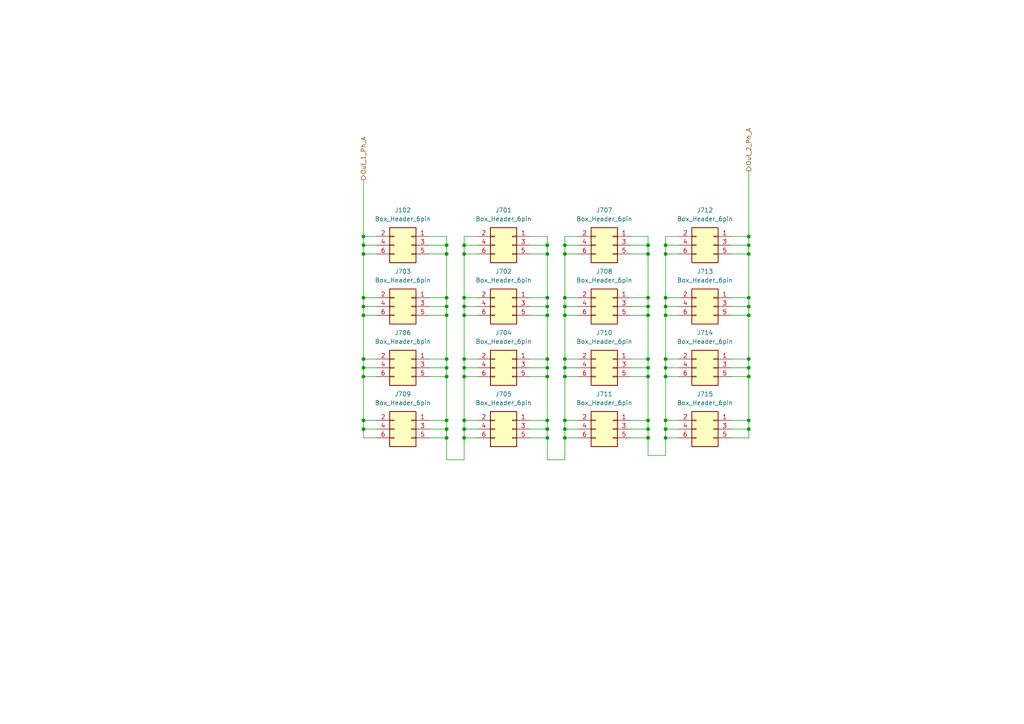
<source format=kicad_sch>
(kicad_sch (version 20250114) (generator "eeschema") (generator_version "9.0")
  (paper "A4")
  (lib_symbols
    (symbol "MYLIB_Misc:Box_Header_6pin" (pin_names (hide yes))
      (property "Reference" "J" (at 0 8.89 0))
      (property "Value" "Box_Header_6pin" (at 0 6.858 0))
      (symbol "Box_Header_6pin_1_1"
        (rectangle (start -3.81 5.08) (end 3.81 -5.08) (stroke (width 0.254)) (fill (type background)))
        (rectangle (start -3.81 2.667) (end -2.54 2.413) (stroke (width 0.1524)))
        (rectangle (start -3.81 0.127) (end -2.54 -0.127) (stroke (width 0.1524)))
        (rectangle (start -3.81 -2.413) (end -2.54 -2.667) (stroke (width 0.1524)))
        (rectangle (start 3.81 2.667) (end 2.54 2.413) (stroke (width 0.1524)))
        (rectangle (start 3.81 0.127) (end 2.54 -0.127) (stroke (width 0.1524)))
        (rectangle (start 3.81 -2.413) (end 2.54 -2.667) (stroke (width 0.1524)))
        (pin passive line (at -7.62 2.54 0) (length 3.81) (name "Pin_1") (number "1"))
        (pin passive line (at -7.62 0 0) (length 3.81) (name "Pin_3") (number "3"))
        (pin passive line (at -7.62 -2.54 0) (length 3.81) (name "Pin_5") (number "5"))
        (pin passive line (at 7.62 2.54 180) (length 3.81) (name "Pin_2") (number "2"))
        (pin passive line (at 7.62 0 180) (length 3.81) (name "Pin_4") (number "4"))
        (pin passive line (at 7.62 -2.54 180) (length 3.81) (name "Pin_6") (number "6"))
      )
    )
  )
  (junction (at 193.04 121.92))
  (junction (at 134.62 106.68))
  (junction (at 129.54 91.44))
  (junction (at 217.17 71.12))
  (junction (at 193.04 71.12))
  (junction (at 163.83 106.68))
  (junction (at 134.62 104.14))
  (junction (at 134.62 73.66))
  (junction (at 163.83 109.22))
  (junction (at 217.17 121.92))
  (junction (at 129.54 71.12))
  (junction (at 158.75 121.92))
  (junction (at 217.17 91.44))
  (junction (at 217.17 106.68))
  (junction (at 105.41 124.46))
  (junction (at 217.17 68.58))
  (junction (at 193.04 106.68))
  (junction (at 163.83 124.46))
  (junction (at 187.96 124.46))
  (junction (at 105.41 68.58))
  (junction (at 187.96 104.14))
  (junction (at 193.04 109.22))
  (junction (at 158.75 91.44))
  (junction (at 217.17 109.22))
  (junction (at 158.75 88.9))
  (junction (at 193.04 124.46))
  (junction (at 193.04 73.66))
  (junction (at 158.75 106.68))
  (junction (at 129.54 86.36))
  (junction (at 217.17 88.9))
  (junction (at 187.96 109.22))
  (junction (at 129.54 73.66))
  (junction (at 163.83 91.44))
  (junction (at 187.96 106.68))
  (junction (at 158.75 71.12))
  (junction (at 134.62 127))
  (junction (at 134.62 86.36))
  (junction (at 217.17 73.66))
  (junction (at 129.54 88.9))
  (junction (at 129.54 124.46))
  (junction (at 105.41 86.36))
  (junction (at 105.41 73.66))
  (junction (at 158.75 104.14))
  (junction (at 129.54 106.68))
  (junction (at 193.04 91.44))
  (junction (at 134.62 91.44))
  (junction (at 187.96 73.66))
  (junction (at 134.62 71.12))
  (junction (at 163.83 121.92))
  (junction (at 134.62 121.92))
  (junction (at 163.83 73.66))
  (junction (at 217.17 104.14))
  (junction (at 129.54 109.22))
  (junction (at 187.96 91.44))
  (junction (at 193.04 88.9))
  (junction (at 187.96 86.36))
  (junction (at 129.54 127))
  (junction (at 217.17 124.46))
  (junction (at 193.04 86.36))
  (junction (at 193.04 104.14))
  (junction (at 187.96 121.92))
  (junction (at 187.96 88.9))
  (junction (at 163.83 88.9))
  (junction (at 134.62 109.22))
  (junction (at 105.41 109.22))
  (junction (at 105.41 121.92))
  (junction (at 105.41 91.44))
  (junction (at 134.62 124.46))
  (junction (at 158.75 73.66))
  (junction (at 217.17 86.36))
  (junction (at 187.96 71.12))
  (junction (at 163.83 104.14))
  (junction (at 193.04 127))
  (junction (at 158.75 124.46))
  (junction (at 105.41 106.68))
  (junction (at 163.83 71.12))
  (junction (at 129.54 121.92))
  (junction (at 105.41 104.14))
  (junction (at 105.41 88.9))
  (junction (at 163.83 127))
  (junction (at 134.62 88.9))
  (junction (at 163.83 86.36))
  (junction (at 129.54 104.14))
  (junction (at 105.41 71.12))
  (junction (at 158.75 127))
  (junction (at 158.75 86.36))
  (junction (at 158.75 109.22))
  (junction (at 187.96 127))
  (wire (pts (xy 134.62 104.14) (xy 134.62 91.44)))
  (wire (pts (xy 217.17 104.14) (xy 217.17 106.68)))
  (wire (pts (xy 105.41 121.92) (xy 105.41 124.46)))
  (wire (pts (xy 158.75 127) (xy 158.75 133.35)))
  (wire (pts (xy 129.54 124.46) (xy 129.54 127)))
  (wire (pts (xy 153.67 104.14) (xy 158.75 104.14)))
  (wire (pts (xy 124.46 86.36) (xy 129.54 86.36)))
  (wire (pts (xy 163.83 88.9) (xy 163.83 86.36)))
  (wire (pts (xy 167.64 73.66) (xy 163.83 73.66)))
  (wire (pts (xy 193.04 68.58) (xy 196.85 68.58)))
  (wire (pts (xy 124.46 88.9) (xy 129.54 88.9)))
  (wire (pts (xy 129.54 71.12) (xy 129.54 68.58)))
  (wire (pts (xy 217.17 49.53) (xy 217.17 68.58)))
  (wire (pts (xy 158.75 68.58) (xy 153.67 68.58)))
  (wire (pts (xy 158.75 73.66) (xy 158.75 86.36)))
  (wire (pts (xy 193.04 132.08) (xy 193.04 127)))
  (wire (pts (xy 105.41 106.68) (xy 105.41 109.22)))
  (wire (pts (xy 182.88 88.9) (xy 187.96 88.9)))
  (wire (pts (xy 153.67 88.9) (xy 158.75 88.9)))
  (wire (pts (xy 134.62 104.14) (xy 134.62 106.68)))
  (wire (pts (xy 217.17 68.58) (xy 212.09 68.58)))
  (wire (pts (xy 182.88 106.68) (xy 187.96 106.68)))
  (wire (pts (xy 129.54 104.14) (xy 129.54 91.44)))
  (wire (pts (xy 138.43 106.68) (xy 134.62 106.68)))
  (wire (pts (xy 217.17 106.68) (xy 217.17 109.22)))
  (wire (pts (xy 109.22 91.44) (xy 105.41 91.44)))
  (wire (pts (xy 163.83 71.12) (xy 163.83 73.66)))
  (wire (pts (xy 134.62 124.46) (xy 134.62 127)))
  (wire (pts (xy 193.04 68.58) (xy 193.04 71.12)))
  (wire (pts (xy 153.67 91.44) (xy 158.75 91.44)))
  (wire (pts (xy 212.09 71.12) (xy 217.17 71.12)))
  (wire (pts (xy 134.62 68.58) (xy 138.43 68.58)))
  (wire (pts (xy 138.43 91.44) (xy 134.62 91.44)))
  (wire (pts (xy 109.22 109.22) (xy 105.41 109.22)))
  (wire (pts (xy 134.62 68.58) (xy 134.62 71.12)))
  (wire (pts (xy 158.75 104.14) (xy 158.75 91.44)))
  (wire (pts (xy 167.64 104.14) (xy 163.83 104.14)))
  (wire (pts (xy 187.96 88.9) (xy 187.96 91.44)))
  (wire (pts (xy 187.96 121.92) (xy 187.96 124.46)))
  (wire (pts (xy 167.64 106.68) (xy 163.83 106.68)))
  (wire (pts (xy 163.83 124.46) (xy 167.64 124.46)))
  (wire (pts (xy 134.62 88.9) (xy 134.62 86.36)))
  (wire (pts (xy 217.17 109.22) (xy 217.17 121.92)))
  (wire (pts (xy 134.62 106.68) (xy 134.62 109.22)))
  (wire (pts (xy 129.54 121.92) (xy 129.54 124.46)))
  (wire (pts (xy 153.67 73.66) (xy 158.75 73.66)))
  (wire (pts (xy 129.54 109.22) (xy 129.54 121.92)))
  (wire (pts (xy 109.22 127) (xy 105.41 127)))
  (wire (pts (xy 129.54 106.68) (xy 129.54 109.22)))
  (wire (pts (xy 182.88 71.12) (xy 187.96 71.12)))
  (wire (pts (xy 163.83 127) (xy 163.83 133.35)))
  (wire (pts (xy 109.22 73.66) (xy 105.41 73.66)))
  (wire (pts (xy 182.88 121.92) (xy 187.96 121.92)))
  (wire (pts (xy 217.17 104.14) (xy 217.17 91.44)))
  (wire (pts (xy 217.17 88.9) (xy 217.17 91.44)))
  (wire (pts (xy 182.88 91.44) (xy 187.96 91.44)))
  (wire (pts (xy 212.09 86.36) (xy 217.17 86.36)))
  (wire (pts (xy 134.62 86.36) (xy 134.62 73.66)))
  (wire (pts (xy 187.96 109.22) (xy 187.96 121.92)))
  (wire (pts (xy 187.96 73.66) (xy 187.96 86.36)))
  (wire (pts (xy 129.54 68.58) (xy 124.46 68.58)))
  (wire (pts (xy 105.41 52.07) (xy 105.41 68.58)))
  (wire (pts (xy 124.46 106.68) (xy 129.54 106.68)))
  (wire (pts (xy 196.85 88.9) (xy 193.04 88.9)))
  (wire (pts (xy 163.83 68.58) (xy 163.83 71.12)))
  (wire (pts (xy 158.75 124.46) (xy 158.75 127)))
  (wire (pts (xy 129.54 73.66) (xy 129.54 86.36)))
  (wire (pts (xy 109.22 86.36) (xy 105.41 86.36)))
  (wire (pts (xy 196.85 104.14) (xy 193.04 104.14)))
  (wire (pts (xy 105.41 71.12) (xy 105.41 73.66)))
  (wire (pts (xy 193.04 124.46) (xy 193.04 127)))
  (wire (pts (xy 196.85 121.92) (xy 193.04 121.92)))
  (wire (pts (xy 109.22 88.9) (xy 105.41 88.9)))
  (wire (pts (xy 134.62 121.92) (xy 134.62 124.46)))
  (wire (pts (xy 167.64 71.12) (xy 163.83 71.12)))
  (wire (pts (xy 105.41 104.14) (xy 105.41 91.44)))
  (wire (pts (xy 167.64 88.9) (xy 163.83 88.9)))
  (wire (pts (xy 129.54 71.12) (xy 129.54 73.66)))
  (wire (pts (xy 105.41 68.58) (xy 105.41 71.12)))
  (wire (pts (xy 187.96 68.58) (xy 182.88 68.58)))
  (wire (pts (xy 193.04 88.9) (xy 193.04 86.36)))
  (wire (pts (xy 182.88 124.46) (xy 187.96 124.46)))
  (wire (pts (xy 196.85 71.12) (xy 193.04 71.12)))
  (wire (pts (xy 187.96 124.46) (xy 187.96 127)))
  (wire (pts (xy 167.64 121.92) (xy 163.83 121.92)))
  (wire (pts (xy 212.09 91.44) (xy 217.17 91.44)))
  (wire (pts (xy 105.41 86.36) (xy 105.41 73.66)))
  (wire (pts (xy 187.96 104.14) (xy 187.96 106.68)))
  (wire (pts (xy 196.85 73.66) (xy 193.04 73.66)))
  (wire (pts (xy 163.83 124.46) (xy 163.83 127)))
  (wire (pts (xy 105.41 104.14) (xy 105.41 106.68)))
  (wire (pts (xy 167.64 86.36) (xy 163.83 86.36)))
  (wire (pts (xy 129.54 133.35) (xy 134.62 133.35)))
  (wire (pts (xy 124.46 73.66) (xy 129.54 73.66)))
  (wire (pts (xy 167.64 109.22) (xy 163.83 109.22)))
  (wire (pts (xy 196.85 106.68) (xy 193.04 106.68)))
  (wire (pts (xy 163.83 104.14) (xy 163.83 106.68)))
  (wire (pts (xy 193.04 91.44) (xy 193.04 88.9)))
  (wire (pts (xy 124.46 71.12) (xy 129.54 71.12)))
  (wire (pts (xy 212.09 104.14) (xy 217.17 104.14)))
  (wire (pts (xy 182.88 73.66) (xy 187.96 73.66)))
  (wire (pts (xy 182.88 104.14) (xy 187.96 104.14)))
  (wire (pts (xy 105.41 121.92) (xy 105.41 109.22)))
  (wire (pts (xy 134.62 91.44) (xy 134.62 88.9)))
  (wire (pts (xy 212.09 73.66) (xy 217.17 73.66)))
  (wire (pts (xy 153.67 86.36) (xy 158.75 86.36)))
  (wire (pts (xy 217.17 86.36) (xy 217.17 88.9)))
  (wire (pts (xy 212.09 121.92) (xy 217.17 121.92)))
  (wire (pts (xy 212.09 106.68) (xy 217.17 106.68)))
  (wire (pts (xy 196.85 109.22) (xy 193.04 109.22)))
  (wire (pts (xy 167.64 91.44) (xy 163.83 91.44)))
  (wire (pts (xy 217.17 71.12) (xy 217.17 73.66)))
  (wire (pts (xy 196.85 86.36) (xy 193.04 86.36)))
  (wire (pts (xy 212.09 109.22) (xy 217.17 109.22)))
  (wire (pts (xy 129.54 104.14) (xy 129.54 106.68)))
  (wire (pts (xy 138.43 86.36) (xy 134.62 86.36)))
  (wire (pts (xy 105.41 68.58) (xy 109.22 68.58)))
  (wire (pts (xy 196.85 127) (xy 193.04 127)))
  (wire (pts (xy 187.96 71.12) (xy 187.96 68.58)))
  (wire (pts (xy 109.22 121.92) (xy 105.41 121.92)))
  (wire (pts (xy 138.43 73.66) (xy 134.62 73.66)))
  (wire (pts (xy 153.67 71.12) (xy 158.75 71.12)))
  (wire (pts (xy 124.46 109.22) (xy 129.54 109.22)))
  (wire (pts (xy 163.83 86.36) (xy 163.83 73.66)))
  (wire (pts (xy 158.75 109.22) (xy 158.75 121.92)))
  (wire (pts (xy 153.67 109.22) (xy 158.75 109.22)))
  (wire (pts (xy 158.75 86.36) (xy 158.75 88.9)))
  (wire (pts (xy 138.43 121.92) (xy 134.62 121.92)))
  (wire (pts (xy 163.83 91.44) (xy 163.83 88.9)))
  (wire (pts (xy 217.17 71.12) (xy 217.17 68.58)))
  (wire (pts (xy 105.41 91.44) (xy 105.41 88.9)))
  (wire (pts (xy 187.96 132.08) (xy 193.04 132.08)))
  (wire (pts (xy 134.62 127) (xy 134.62 133.35)))
  (wire (pts (xy 163.83 121.92) (xy 163.83 124.46)))
  (wire (pts (xy 193.04 121.92) (xy 193.04 124.46)))
  (wire (pts (xy 187.96 104.14) (xy 187.96 91.44)))
  (wire (pts (xy 163.83 121.92) (xy 163.83 109.22)))
  (wire (pts (xy 109.22 71.12) (xy 105.41 71.12)))
  (wire (pts (xy 187.96 71.12) (xy 187.96 73.66)))
  (wire (pts (xy 138.43 104.14) (xy 134.62 104.14)))
  (wire (pts (xy 163.83 68.58) (xy 167.64 68.58)))
  (wire (pts (xy 105.41 124.46) (xy 105.41 127)))
  (wire (pts (xy 129.54 127) (xy 129.54 133.35)))
  (wire (pts (xy 217.17 124.46) (xy 217.17 127)))
  (wire (pts (xy 153.67 106.68) (xy 158.75 106.68)))
  (wire (pts (xy 212.09 124.46) (xy 217.17 124.46)))
  (wire (pts (xy 167.64 127) (xy 163.83 127)))
  (wire (pts (xy 182.88 127) (xy 187.96 127)))
  (wire (pts (xy 134.62 124.46) (xy 138.43 124.46)))
  (wire (pts (xy 193.04 121.92) (xy 193.04 109.22)))
  (wire (pts (xy 124.46 91.44) (xy 129.54 91.44)))
  (wire (pts (xy 158.75 71.12) (xy 158.75 73.66)))
  (wire (pts (xy 109.22 106.68) (xy 105.41 106.68)))
  (wire (pts (xy 212.09 88.9) (xy 217.17 88.9)))
  (wire (pts (xy 134.62 121.92) (xy 134.62 109.22)))
  (wire (pts (xy 158.75 104.14) (xy 158.75 106.68)))
  (wire (pts (xy 187.96 127) (xy 187.96 132.08)))
  (wire (pts (xy 134.62 71.12) (xy 134.62 73.66)))
  (wire (pts (xy 124.46 104.14) (xy 129.54 104.14)))
  (wire (pts (xy 193.04 104.14) (xy 193.04 106.68)))
  (wire (pts (xy 187.96 106.68) (xy 187.96 109.22)))
  (wire (pts (xy 158.75 133.35) (xy 163.83 133.35)))
  (wire (pts (xy 158.75 71.12) (xy 158.75 68.58)))
  (wire (pts (xy 158.75 106.68) (xy 158.75 109.22)))
  (wire (pts (xy 138.43 109.22) (xy 134.62 109.22)))
  (wire (pts (xy 217.17 121.92) (xy 217.17 124.46)))
  (wire (pts (xy 217.17 73.66) (xy 217.17 86.36)))
  (wire (pts (xy 138.43 127) (xy 134.62 127)))
  (wire (pts (xy 193.04 86.36) (xy 193.04 73.66)))
  (wire (pts (xy 193.04 124.46) (xy 196.85 124.46)))
  (wire (pts (xy 158.75 88.9) (xy 158.75 91.44)))
  (wire (pts (xy 124.46 121.92) (xy 129.54 121.92)))
  (wire (pts (xy 193.04 71.12) (xy 193.04 73.66)))
  (wire (pts (xy 158.75 121.92) (xy 158.75 124.46)))
  (wire (pts (xy 212.09 127) (xy 217.17 127)))
  (wire (pts (xy 138.43 88.9) (xy 134.62 88.9)))
  (wire (pts (xy 138.43 71.12) (xy 134.62 71.12)))
  (wire (pts (xy 129.54 86.36) (xy 129.54 88.9)))
  (wire (pts (xy 196.85 91.44) (xy 193.04 91.44)))
  (wire (pts (xy 105.41 124.46) (xy 109.22 124.46)))
  (wire (pts (xy 182.88 86.36) (xy 187.96 86.36)))
  (wire (pts (xy 153.67 121.92) (xy 158.75 121.92)))
  (wire (pts (xy 124.46 124.46) (xy 129.54 124.46)))
  (wire (pts (xy 129.54 88.9) (xy 129.54 91.44)))
  (wire (pts (xy 124.46 127) (xy 129.54 127)))
  (wire (pts (xy 105.41 88.9) (xy 105.41 86.36)))
  (wire (pts (xy 153.67 127) (xy 158.75 127)))
  (wire (pts (xy 109.22 104.14) (xy 105.41 104.14)))
  (wire (pts (xy 187.96 86.36) (xy 187.96 88.9)))
  (wire (pts (xy 163.83 104.14) (xy 163.83 91.44)))
  (wire (pts (xy 193.04 104.14) (xy 193.04 91.44)))
  (wire (pts (xy 163.83 106.68) (xy 163.83 109.22)))
  (wire (pts (xy 153.67 124.46) (xy 158.75 124.46)))
  (wire (pts (xy 182.88 109.22) (xy 187.96 109.22)))
  (wire (pts (xy 193.04 106.68) (xy 193.04 109.22)))
  (hierarchical_label "Out_1_Ph_A" (shape output) (at 105.41 52.07 90))
  (hierarchical_label "Out_2_Ph_A" (shape output) (at 217.17 49.53 90))
  (symbol (lib_id "MYLIB_Misc:Box_Header_6pin") (at 204.47 106.68 0) (mirror y) (unit 1)
    (property "Reference" "J714" (at 204.47 96.52 0))
    (property "Value" "Box_Header_6pin" (at 204.47 99.06 0))
    (property "Footprint" "Connector_IDC:IDC-Header_2x03_P2.54mm_Vertical" (effects (hide yes)))
    (property "Datasheet" "https://www.reichelt.de/de/de/shop/produkt/wannenstecker_6-polig_gewinkelt-105978" (effects (hide yes)))
    (property "Description" "Wannenstecker 6pin, THT Vertikal" (effects (hide yes)))
  )
  (symbol (lib_id "MYLIB_Misc:Box_Header_6pin") (at 146.05 88.9 0) (mirror y) (unit 1)
    (property "Reference" "J702" (at 146.05 78.74 0))
    (property "Value" "Box_Header_6pin" (at 146.05 81.28 0))
    (property "Footprint" "Connector_IDC:IDC-Header_2x03_P2.54mm_Vertical" (effects (hide yes)))
    (property "Datasheet" "https://www.reichelt.de/de/de/shop/produkt/wannenstecker_6-polig_gewinkelt-105978" (effects (hide yes)))
    (property "Description" "Wannenstecker 6pin, THT Vertikal" (effects (hide yes)))
  )
  (symbol (lib_id "MYLIB_Misc:Box_Header_6pin") (at 146.05 71.12 0) (mirror y) (unit 1)
    (property "Reference" "J701" (at 146.05 60.96 0))
    (property "Value" "Box_Header_6pin" (at 146.05 63.5 0))
    (property "Footprint" "Connector_IDC:IDC-Header_2x03_P2.54mm_Vertical" (effects (hide yes)))
    (property "Datasheet" "https://www.reichelt.de/de/de/shop/produkt/wannenstecker_6-polig_gewinkelt-105978" (effects (hide yes)))
    (property "Description" "Wannenstecker 6pin, THT Vertikal" (effects (hide yes)))
  )
  (symbol (lib_id "MYLIB_Misc:Box_Header_6pin") (at 146.05 124.46 0) (mirror y) (unit 1)
    (property "Reference" "J705" (at 146.05 114.3 0))
    (property "Value" "Box_Header_6pin" (at 146.05 116.84 0))
    (property "Footprint" "Connector_IDC:IDC-Header_2x03_P2.54mm_Vertical" (effects (hide yes)))
    (property "Datasheet" "https://www.reichelt.de/de/de/shop/produkt/wannenstecker_6-polig_gewinkelt-105978" (effects (hide yes)))
    (property "Description" "Wannenstecker 6pin, THT Vertikal" (effects (hide yes)))
  )
  (symbol (lib_id "MYLIB_Misc:Box_Header_6pin") (at 116.84 106.68 0) (mirror y) (unit 1)
    (property "Reference" "J706" (at 116.84 96.52 0))
    (property "Value" "Box_Header_6pin" (at 116.84 99.06 0))
    (property "Footprint" "Connector_IDC:IDC-Header_2x03_P2.54mm_Vertical" (effects (hide yes)))
    (property "Datasheet" "https://www.reichelt.de/de/de/shop/produkt/wannenstecker_6-polig_gewinkelt-105978" (effects (hide yes)))
    (property "Description" "Wannenstecker 6pin, THT Vertikal" (effects (hide yes)))
  )
  (symbol (lib_id "MYLIB_Misc:Box_Header_6pin") (at 175.26 88.9 0) (mirror y) (unit 1)
    (property "Reference" "J708" (at 175.26 78.74 0))
    (property "Value" "Box_Header_6pin" (at 175.26 81.28 0))
    (property "Footprint" "Connector_IDC:IDC-Header_2x03_P2.54mm_Vertical" (effects (hide yes)))
    (property "Datasheet" "https://www.reichelt.de/de/de/shop/produkt/wannenstecker_6-polig_gewinkelt-105978" (effects (hide yes)))
    (property "Description" "Wannenstecker 6pin, THT Vertikal" (effects (hide yes)))
  )
  (symbol (lib_id "MYLIB_Misc:Box_Header_6pin") (at 175.26 124.46 0) (mirror y) (unit 1)
    (property "Reference" "J711" (at 175.26 114.3 0))
    (property "Value" "Box_Header_6pin" (at 175.26 116.84 0))
    (property "Footprint" "Connector_IDC:IDC-Header_2x03_P2.54mm_Vertical" (effects (hide yes)))
    (property "Datasheet" "https://www.reichelt.de/de/de/shop/produkt/wannenstecker_6-polig_gewinkelt-105978" (effects (hide yes)))
    (property "Description" "Wannenstecker 6pin, THT Vertikal" (effects (hide yes)))
  )
  (symbol (lib_id "MYLIB_Misc:Box_Header_6pin") (at 116.84 124.46 0) (mirror y) (unit 1)
    (property "Reference" "J709" (at 116.84 114.3 0))
    (property "Value" "Box_Header_6pin" (at 116.84 116.84 0))
    (property "Footprint" "Connector_IDC:IDC-Header_2x03_P2.54mm_Vertical" (effects (hide yes)))
    (property "Datasheet" "https://www.reichelt.de/de/de/shop/produkt/wannenstecker_6-polig_gewinkelt-105978" (effects (hide yes)))
    (property "Description" "Wannenstecker 6pin, THT Vertikal" (effects (hide yes)))
  )
  (symbol (lib_id "MYLIB_Misc:Box_Header_6pin") (at 175.26 71.12 0) (mirror y) (unit 1)
    (property "Reference" "J707" (at 175.26 60.96 0))
    (property "Value" "Box_Header_6pin" (at 175.26 63.5 0))
    (property "Footprint" "Connector_IDC:IDC-Header_2x03_P2.54mm_Vertical" (effects (hide yes)))
    (property "Datasheet" "https://www.reichelt.de/de/de/shop/produkt/wannenstecker_6-polig_gewinkelt-105978" (effects (hide yes)))
    (property "Description" "Wannenstecker 6pin, THT Vertikal" (effects (hide yes)))
  )
  (symbol (lib_id "MYLIB_Misc:Box_Header_6pin") (at 204.47 71.12 0) (mirror y) (unit 1)
    (property "Reference" "J712" (at 204.47 60.96 0))
    (property "Value" "Box_Header_6pin" (at 204.47 63.5 0))
    (property "Footprint" "Connector_IDC:IDC-Header_2x03_P2.54mm_Vertical" (effects (hide yes)))
    (property "Datasheet" "https://www.reichelt.de/de/de/shop/produkt/wannenstecker_6-polig_gewinkelt-105978" (effects (hide yes)))
    (property "Description" "Wannenstecker 6pin, THT Vertikal" (effects (hide yes)))
  )
  (symbol (lib_id "MYLIB_Misc:Box_Header_6pin") (at 146.05 106.68 0) (mirror y) (unit 1)
    (property "Reference" "J704" (at 146.05 96.52 0))
    (property "Value" "Box_Header_6pin" (at 146.05 99.06 0))
    (property "Footprint" "Connector_IDC:IDC-Header_2x03_P2.54mm_Vertical" (effects (hide yes)))
    (property "Datasheet" "https://www.reichelt.de/de/de/shop/produkt/wannenstecker_6-polig_gewinkelt-105978" (effects (hide yes)))
    (property "Description" "Wannenstecker 6pin, THT Vertikal" (effects (hide yes)))
  )
  (symbol (lib_id "MYLIB_Misc:Box_Header_6pin") (at 116.84 88.9 0) (mirror y) (unit 1)
    (property "Reference" "J703" (at 116.84 78.74 0))
    (property "Value" "Box_Header_6pin" (at 116.84 81.28 0))
    (property "Footprint" "Connector_IDC:IDC-Header_2x03_P2.54mm_Vertical" (effects (hide yes)))
    (property "Datasheet" "https://www.reichelt.de/de/de/shop/produkt/wannenstecker_6-polig_gewinkelt-105978" (effects (hide yes)))
    (property "Description" "Wannenstecker 6pin, THT Vertikal" (effects (hide yes)))
  )
  (symbol (lib_id "MYLIB_Misc:Box_Header_6pin") (at 175.26 106.68 0) (mirror y) (unit 1)
    (property "Reference" "J710" (at 175.26 96.52 0))
    (property "Value" "Box_Header_6pin" (at 175.26 99.06 0))
    (property "Footprint" "Connector_IDC:IDC-Header_2x03_P2.54mm_Vertical" (effects (hide yes)))
    (property "Datasheet" "https://www.reichelt.de/de/de/shop/produkt/wannenstecker_6-polig_gewinkelt-105978" (effects (hide yes)))
    (property "Description" "Wannenstecker 6pin, THT Vertikal" (effects (hide yes)))
  )
  (symbol (lib_id "MYLIB_Misc:Box_Header_6pin") (at 204.47 124.46 0) (mirror y) (unit 1)
    (property "Reference" "J715" (at 204.47 114.3 0))
    (property "Value" "Box_Header_6pin" (at 204.47 116.84 0))
    (property "Footprint" "Connector_IDC:IDC-Header_2x03_P2.54mm_Vertical" (effects (hide yes)))
    (property "Datasheet" "https://www.reichelt.de/de/de/shop/produkt/wannenstecker_6-polig_gewinkelt-105978" (effects (hide yes)))
    (property "Description" "Wannenstecker 6pin, THT Vertikal" (effects (hide yes)))
  )
  (symbol (lib_id "MYLIB_Misc:Box_Header_6pin") (at 116.84 71.12 0) (mirror y) (unit 1)
    (property "Reference" "J102" (at 116.84 60.96 0))
    (property "Value" "Box_Header_6pin" (at 116.84 63.5 0))
    (property "Footprint" "Connector_IDC:IDC-Header_2x03_P2.54mm_Vertical" (effects (hide yes)))
    (property "Datasheet" "https://www.reichelt.de/de/de/shop/produkt/wannenstecker_6-polig_gewinkelt-105978" (effects (hide yes)))
    (property "Description" "Wannenstecker 6pin, THT Vertikal" (effects (hide yes)))
  )
  (symbol (lib_id "MYLIB_Misc:Box_Header_6pin") (at 204.47 88.9 0) (mirror y) (unit 1)
    (property "Reference" "J713" (at 204.47 78.74 0))
    (property "Value" "Box_Header_6pin" (at 204.47 81.28 0))
    (property "Footprint" "Connector_IDC:IDC-Header_2x03_P2.54mm_Vertical" (effects (hide yes)))
    (property "Datasheet" "https://www.reichelt.de/de/de/shop/produkt/wannenstecker_6-polig_gewinkelt-105978" (effects (hide yes)))
    (property "Description" "Wannenstecker 6pin, THT Vertikal" (effects (hide yes)))
  )
)
</source>
